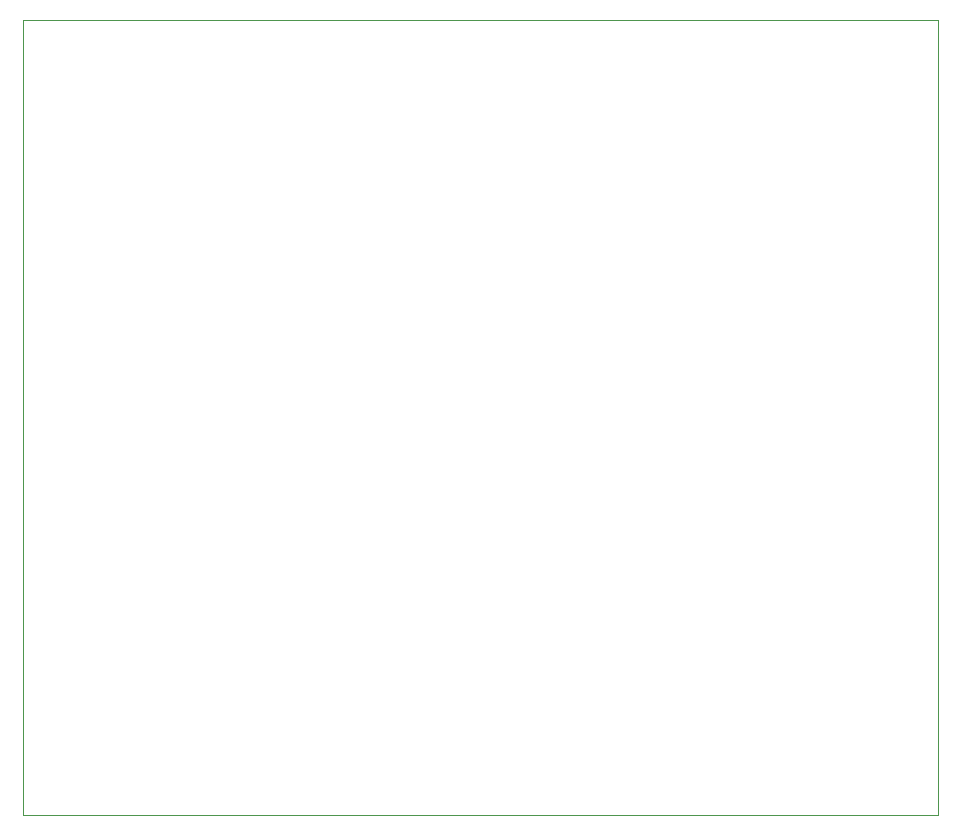
<source format=gbr>
%TF.GenerationSoftware,KiCad,Pcbnew,(5.1.6)-1*%
%TF.CreationDate,2020-12-02T03:44:22-06:00*%
%TF.ProjectId,BoardDesign,426f6172-6444-4657-9369-676e2e6b6963,rev?*%
%TF.SameCoordinates,Original*%
%TF.FileFunction,Profile,NP*%
%FSLAX46Y46*%
G04 Gerber Fmt 4.6, Leading zero omitted, Abs format (unit mm)*
G04 Created by KiCad (PCBNEW (5.1.6)-1) date 2020-12-02 03:44:22*
%MOMM*%
%LPD*%
G01*
G04 APERTURE LIST*
%TA.AperFunction,Profile*%
%ADD10C,0.050000*%
%TD*%
G04 APERTURE END LIST*
D10*
X101600000Y-91440000D02*
X101600000Y-24130000D01*
X179070000Y-91440000D02*
X101600000Y-91440000D01*
X179070000Y-24130000D02*
X179070000Y-91440000D01*
X101600000Y-24130000D02*
X179070000Y-24130000D01*
M02*

</source>
